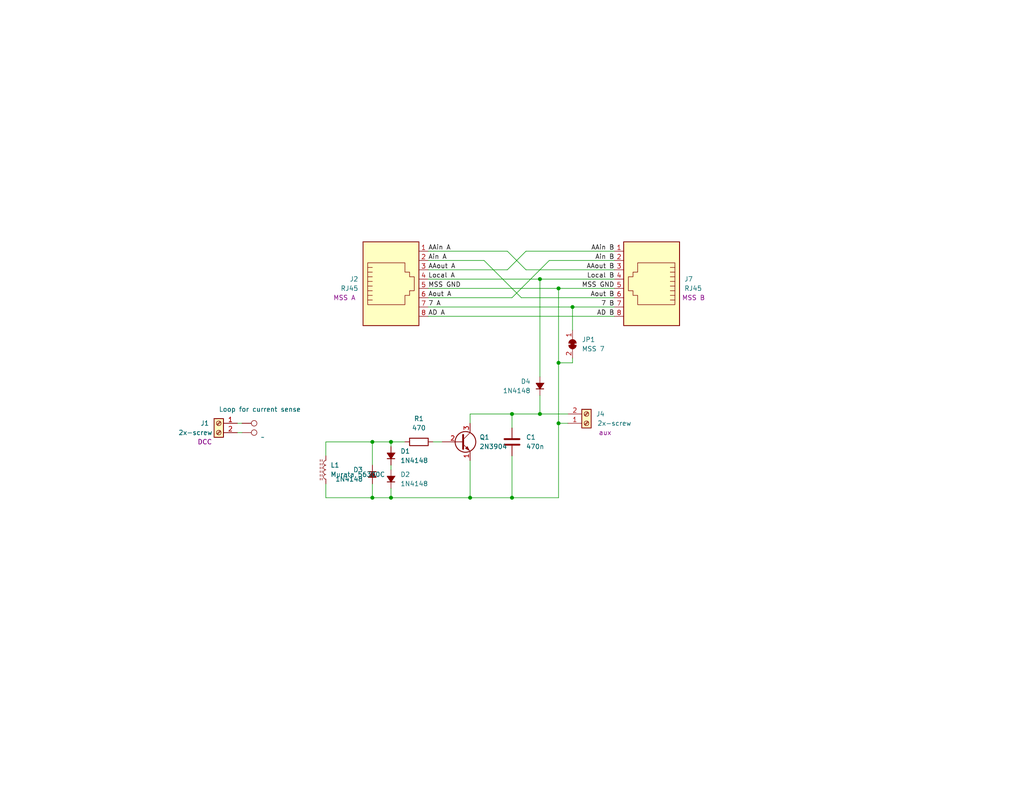
<source format=kicad_sch>
(kicad_sch (version 20231120) (generator "eeschema") (generator_version "8.0")
  (paper "A")
  (title_block (title "MSS Crossover Node") (date "2024-04-04") (rev "2.2"))
  (lib_symbols
    (symbol "Connector:8P8C" (pin_names (offset 1.016))
      (property "Reference" "J" (at -5.08 13.97 0))
      (property "Value" "8P8C" (at 2.54 13.97 0))
      (symbol "8P8C_0_1"
        (polyline (pts (xy -5.08 4.445) (xy -6.35 4.445)))
        (polyline (pts (xy -5.08 5.715) (xy -6.35 5.715)))
        (polyline (pts (xy -6.35 -3.175) (xy -5.08 -3.175) (xy -5.08 -3.175)))
        (polyline (pts (xy -6.35 -1.905) (xy -5.08 -1.905) (xy -5.08 -1.905)))
        (polyline (pts (xy -6.35 -0.635) (xy -5.08 -0.635) (xy -5.08 -0.635)))
        (polyline (pts (xy -6.35 0.635) (xy -5.08 0.635) (xy -5.08 0.635)))
        (polyline (pts (xy -6.35 1.905) (xy -5.08 1.905) (xy -5.08 1.905)))
        (polyline (pts (xy -5.08 3.175) (xy -6.35 3.175) (xy -6.35 3.175)))
        (polyline (pts (xy -6.35 -4.445) (xy -6.35 6.985) (xy 3.81 6.985) (xy 3.81 4.445) (xy 5.08 4.445) (xy 5.08 3.175) (xy 6.35 3.175) (xy 6.35 -0.635) (xy 5.08 -0.635) (xy 5.08 -1.905) (xy 3.81 -1.905) (xy 3.81 -4.445) (xy -6.35 -4.445) (xy -6.35 -4.445)))
        (rectangle (start 7.62 12.7) (end -7.62 -10.16) (stroke (width 0.254)) (fill (type background)))
      )
      (symbol "8P8C_1_1"
        (pin passive line (at 10.16 -7.62 180) (length 2.54) (name "~") (number "1"))
        (pin passive line (at 10.16 -5.08 180) (length 2.54) (name "~") (number "2"))
        (pin passive line (at 10.16 -2.54 180) (length 2.54) (name "~") (number "3"))
        (pin passive line (at 10.16 0 180) (length 2.54) (name "~") (number "4"))
        (pin passive line (at 10.16 2.54 180) (length 2.54) (name "~") (number "5"))
        (pin passive line (at 10.16 5.08 180) (length 2.54) (name "~") (number "6"))
        (pin passive line (at 10.16 7.62 180) (length 2.54) (name "~") (number "7"))
        (pin passive line (at 10.16 10.16 180) (length 2.54) (name "~") (number "8"))
      )
    )
    (symbol "Connector:Screw_Terminal_01x02" (pin_names (offset 1.016) hide)
      (property "Reference" "J" (at 0 2.54 0))
      (property "Value" "Screw_Terminal_01x02" (at 0 -5.08 0))
      (symbol "Screw_Terminal_01x02_1_1"
        (rectangle (start -1.27 1.27) (end 1.27 -3.81) (stroke (width 0.254)) (fill (type background)))
        (circle (center 0 -2.54) (radius 0.635) (stroke (width 0.1524)))
        (polyline (pts (xy -0.5334 -2.2098) (xy 0.3302 -3.048)) (stroke (width 0.1524)))
        (polyline (pts (xy -0.5334 0.3302) (xy 0.3302 -0.508)) (stroke (width 0.1524)))
        (polyline (pts (xy -0.3556 -2.032) (xy 0.508 -2.8702)) (stroke (width 0.1524)))
        (polyline (pts (xy -0.3556 0.508) (xy 0.508 -0.3302)) (stroke (width 0.1524)))
        (circle (center 0 0) (radius 0.635) (stroke (width 0.1524)))
        (pin passive line (at -5.08 0 0) (length 3.81) (name "Pin_1") (number "1"))
        (pin passive line (at -5.08 -2.54 0) (length 3.81) (name "Pin_2") (number "2"))
      )
    )
    (symbol "Connector:TestPoint" (pin_numbers hide) (pin_names (offset 0.762) hide)
      (property "Reference" "TP" (at 0 6.858 0))
      (property "Value" "TestPoint" (at 0 5.08 0))
      (symbol "TestPoint_0_1"
        (circle (center 0 3.302) (radius 0.762))
      )
      (symbol "TestPoint_1_1"
        (pin passive line (at 0 0 90) (length 2.54) (name "1") (number "1"))
      )
    )
    (symbol "Device:C" (pin_numbers hide) (pin_names (offset 0.254))
      (property "Reference" "C" (at 0.635 2.54 0))
      (property "Value" "C" (at 0.635 -2.54 0))
      (symbol "C_0_1"
        (polyline (pts (xy -2.032 -0.762) (xy 2.032 -0.762)) (stroke (width 0.508)))
        (polyline (pts (xy -2.032 0.762) (xy 2.032 0.762)) (stroke (width 0.508)))
      )
      (symbol "C_1_1"
        (pin passive line (at 0 3.81 270) (length 2.794) (name "~") (number "1"))
        (pin passive line (at 0 -3.81 90) (length 2.794) (name "~") (number "2"))
      )
    )
    (symbol "Device:D_Small_Filled" (pin_numbers hide) (pin_names (offset 0.254) hide)
      (property "Reference" "D" (at -1.27 2.032 0))
      (property "Value" "D_Small_Filled" (at -3.81 -2.032 0))
      (symbol "D_Small_Filled_0_1"
        (polyline (pts (xy -0.762 -1.016) (xy -0.762 1.016)) (stroke (width 0.254)))
        (polyline (pts (xy -0.762 0) (xy 0.762 0)))
        (polyline (pts (xy 0.762 -1.016) (xy -0.762 0) (xy 0.762 1.016) (xy 0.762 -1.016)) (stroke (width 0.254)) (fill (type outline)))
      )
      (symbol "D_Small_Filled_1_1"
        (pin passive line (at -2.54 0 0) (length 1.778) (name "K") (number "1"))
        (pin passive line (at 2.54 0 180) (length 1.778) (name "A") (number "2"))
      )
    )
    (symbol "Device:L_Ferrite" (pin_numbers hide) (pin_names (offset 1.016) hide)
      (property "Reference" "L" (at -1.27 0 90))
      (property "Value" "L_Ferrite" (at 2.794 0 90))
      (symbol "L_Ferrite_0_1"
        (arc (start 0 -2.54) (mid 0.6323 -1.905) (end 0 -1.27))
        (arc (start 0 -1.27) (mid 0.6323 -0.635) (end 0 0))
        (polyline (pts (xy 1.016 -2.794) (xy 1.016 -2.286)))
        (polyline (pts (xy 1.016 -1.778) (xy 1.016 -1.27)))
        (polyline (pts (xy 1.016 -0.762) (xy 1.016 -0.254)))
        (polyline (pts (xy 1.016 0.254) (xy 1.016 0.762)))
        (polyline (pts (xy 1.016 1.27) (xy 1.016 1.778)))
        (polyline (pts (xy 1.016 2.286) (xy 1.016 2.794)))
        (polyline (pts (xy 1.524 -2.286) (xy 1.524 -2.794)))
        (polyline (pts (xy 1.524 -1.27) (xy 1.524 -1.778)))
        (polyline (pts (xy 1.524 -0.254) (xy 1.524 -0.762)))
        (polyline (pts (xy 1.524 0.762) (xy 1.524 0.254)))
        (polyline (pts (xy 1.524 1.778) (xy 1.524 1.27)))
        (polyline (pts (xy 1.524 2.794) (xy 1.524 2.286)))
        (arc (start 0 0) (mid 0.6323 0.635) (end 0 1.27))
        (arc (start 0 1.27) (mid 0.6323 1.905) (end 0 2.54))
      )
      (symbol "L_Ferrite_1_1"
        (pin passive line (at 0 3.81 270) (length 1.27) (name "1") (number "1"))
        (pin passive line (at 0 -3.81 90) (length 1.27) (name "2") (number "2"))
      )
    )
    (symbol "Device:R" (pin_numbers hide) (pin_names (offset 0))
      (property "Reference" "R" (at 2.032 0 90))
      (property "Value" "R" (at 0 0 90))
      (symbol "R_0_1"
        (rectangle (start -1.016 -2.54) (end 1.016 2.54) (stroke (width 0.254)))
      )
      (symbol "R_1_1"
        (pin passive line (at 0 3.81 270) (length 1.27) (name "~") (number "1"))
        (pin passive line (at 0 -3.81 90) (length 1.27) (name "~") (number "2"))
      )
    )
    (symbol "Jumper:SolderJumper_2_Bridged" (pin_names (offset 0) hide)
      (property "Reference" "JP" (at 0 2.032 0))
      (property "Value" "SolderJumper_2_Bridged" (at 0 -2.54 0))
      (symbol "SolderJumper_2_Bridged_0_1"
        (rectangle (start -0.508 0.508) (end 0.508 -0.508) (fill (type outline)))
        (arc (start -0.254 1.016) (mid -1.2656 0) (end -0.254 -1.016))
        (arc (start -0.254 1.016) (mid -1.2656 0) (end -0.254 -1.016) (fill (type outline)))
        (polyline (pts (xy -0.254 1.016) (xy -0.254 -1.016)))
        (polyline (pts (xy 0.254 1.016) (xy 0.254 -1.016)))
        (arc (start 0.254 -1.016) (mid 1.2656 0) (end 0.254 1.016))
        (arc (start 0.254 -1.016) (mid 1.2656 0) (end 0.254 1.016) (fill (type outline)))
      )
      (symbol "SolderJumper_2_Bridged_1_1"
        (pin passive line (at -3.81 0 0) (length 2.54) (name "A") (number "1"))
        (pin passive line (at 3.81 0 180) (length 2.54) (name "B") (number "2"))
      )
    )
    (symbol "Transistor_BJT:2N3904" (pin_names (offset 0) hide)
      (property "Reference" "Q" (at 5.08 1.905 0))
      (property "Value" "2N3904" (at 5.08 0 0))
      (symbol "2N3904_0_1"
        (polyline (pts (xy 0.635 0.635) (xy 2.54 2.54)))
        (polyline (pts (xy 0.635 -0.635) (xy 2.54 -2.54) (xy 2.54 -2.54)))
        (polyline (pts (xy 0.635 1.905) (xy 0.635 -1.905) (xy 0.635 -1.905)) (stroke (width 0.508)))
        (polyline (pts (xy 1.27 -1.778) (xy 1.778 -1.27) (xy 2.286 -2.286) (xy 1.27 -1.778) (xy 1.27 -1.778)) (fill (type outline)))
        (circle (center 1.27 0) (radius 2.8194) (stroke (width 0.254)))
      )
      (symbol "2N3904_1_1"
        (pin passive line (at 2.54 -5.08 90) (length 2.54) (name "E") (number "1"))
        (pin passive line (at -5.08 0 0) (length 5.715) (name "B") (number "2"))
        (pin passive line (at 2.54 5.08 270) (length 2.54) (name "C") (number "3"))
      )
    )
  )
  (junction (at 128.27 135.89))
  (junction (at 139.7 113.03))
  (junction (at 152.4 99.06))
  (junction (at 156.21 83.82))
  (junction (at 139.7 135.89))
  (junction (at 152.4 78.74))
  (junction (at 101.6 120.65))
  (junction (at 152.4 115.57))
  (junction (at 147.32 113.03))
  (junction (at 106.68 120.65))
  (junction (at 147.32 76.2))
  (junction (at 106.68 135.89))
  (junction (at 101.6 135.89))
  (wire (pts (xy 147.32 76.2) (xy 147.32 102.87)))
  (wire (pts (xy 116.84 86.36) (xy 167.64 86.36)))
  (wire (pts (xy 143.51 68.58) (xy 167.64 68.58)))
  (wire (pts (xy 118.11 120.65) (xy 120.65 120.65)))
  (wire (pts (xy 138.43 68.58) (xy 143.51 73.66)))
  (wire (pts (xy 106.68 133.35) (xy 106.68 135.89)))
  (wire (pts (xy 156.21 99.06) (xy 152.4 99.06)))
  (wire (pts (xy 152.4 115.57) (xy 152.4 135.89)))
  (wire (pts (xy 156.21 83.82) (xy 156.21 90.17)))
  (wire (pts (xy 88.9 132.08) (xy 88.9 135.89)))
  (wire (pts (xy 139.7 113.03) (xy 139.7 116.84)))
  (wire (pts (xy 101.6 135.89) (xy 106.68 135.89)))
  (wire (pts (xy 116.84 81.28) (xy 139.7 81.28)))
  (wire (pts (xy 116.84 76.2) (xy 147.32 76.2)))
  (wire (pts (xy 147.32 113.03) (xy 154.94 113.03)))
  (wire (pts (xy 64.77 115.57) (xy 66.04 115.57)))
  (wire (pts (xy 106.68 120.65) (xy 106.68 121.92)))
  (wire (pts (xy 128.27 135.89) (xy 139.7 135.89)))
  (wire (pts (xy 128.27 135.89) (xy 128.27 125.73)))
  (wire (pts (xy 152.4 115.57) (xy 154.94 115.57)))
  (wire (pts (xy 132.08 71.12) (xy 142.24 81.28)))
  (wire (pts (xy 147.32 76.2) (xy 167.64 76.2)))
  (wire (pts (xy 116.84 78.74) (xy 152.4 78.74)))
  (wire (pts (xy 106.68 120.65) (xy 110.49 120.65)))
  (wire (pts (xy 152.4 99.06) (xy 152.4 115.57)))
  (wire (pts (xy 101.6 132.08) (xy 101.6 135.89)))
  (wire (pts (xy 152.4 78.74) (xy 167.64 78.74)))
  (wire (pts (xy 106.68 127) (xy 106.68 128.27)))
  (wire (pts (xy 128.27 113.03) (xy 139.7 113.03)))
  (wire (pts (xy 139.7 113.03) (xy 147.32 113.03)))
  (wire (pts (xy 139.7 135.89) (xy 152.4 135.89)))
  (wire (pts (xy 149.86 71.12) (xy 167.64 71.12)))
  (wire (pts (xy 138.43 73.66) (xy 143.51 68.58)))
  (wire (pts (xy 128.27 115.57) (xy 128.27 113.03)))
  (wire (pts (xy 156.21 97.79) (xy 156.21 99.06)))
  (wire (pts (xy 88.9 120.65) (xy 101.6 120.65)))
  (wire (pts (xy 101.6 120.65) (xy 106.68 120.65)))
  (wire (pts (xy 116.84 83.82) (xy 156.21 83.82)))
  (wire (pts (xy 116.84 68.58) (xy 138.43 68.58)))
  (wire (pts (xy 101.6 120.65) (xy 101.6 127)))
  (wire (pts (xy 64.77 118.11) (xy 66.04 118.11)))
  (wire (pts (xy 156.21 83.82) (xy 167.64 83.82)))
  (wire (pts (xy 139.7 124.46) (xy 139.7 135.89)))
  (wire (pts (xy 142.24 81.28) (xy 167.64 81.28)))
  (wire (pts (xy 116.84 71.12) (xy 132.08 71.12)))
  (wire (pts (xy 88.9 124.46) (xy 88.9 120.65)))
  (wire (pts (xy 106.68 135.89) (xy 128.27 135.89)))
  (wire (pts (xy 116.84 73.66) (xy 138.43 73.66)))
  (wire (pts (xy 143.51 73.66) (xy 167.64 73.66)))
  (wire (pts (xy 139.7 81.28) (xy 149.86 71.12)))
  (wire (pts (xy 147.32 107.95) (xy 147.32 113.03)))
  (wire (pts (xy 152.4 78.74) (xy 152.4 99.06)))
  (wire (pts (xy 88.9 135.89) (xy 101.6 135.89)))
  (label "Ain B" (at 167.64 71.12 180))
  (label "AAout B" (at 167.64 73.66 180))
  (label "Aout B" (at 167.64 81.28 180))
  (label "AD A" (at 116.84 86.36 0))
  (label "AD B" (at 167.64 86.36 180))
  (label "MSS GND" (at 167.64 78.74 180))
  (label "MSS GND" (at 116.84 78.74 0))
  (label "Aout A" (at 116.84 81.28 0))
  (label "Ain A" (at 116.84 71.12 0))
  (label "Local B" (at 167.64 76.2 180))
  (label "AAin A" (at 116.84 68.58 0))
  (label "AAout A" (at 116.84 73.66 0))
  (label "Local A" (at 116.84 76.2 0))
  (label "7 B" (at 167.64 83.82 180))
  (label "AAin B" (at 167.64 68.58 180))
  (label "7 A" (at 116.84 83.82 0))
  (symbol (lib_id "Jumper:SolderJumper_2_Bridged") (at 156.21 93.98 270) (unit 1) (in_bom no)
    (property "Reference" "JP1" (at 158.75 92.71 90) (effects (justify left)))
    (property "Value" "MSS 7" (at 158.75 95.25 90) (effects (justify left)))
    (property "Footprint" "Jumper:SolderJumper-2_P1.3mm_Bridged_RoundedPad1.0x1.5mm" (effects (hide yes)))
  )
  (symbol (lib_id "Device:D_Small_Filled") (at 106.68 130.81 90) (unit 1)
    (property "Reference" "D2" (at 109.22 129.54 90) (effects (justify right)))
    (property "Value" "1N4148" (at 109.22 132.08 90) (effects (justify right)))
    (property "Footprint" "Diode_THT:D_DO-35_SOD27_P7.62mm_Horizontal" (effects (hide yes)))
    (property "MPN" "1N4148FS-ND" (effects (hide yes)))
  )
  (symbol (lib_id "Device:L_Ferrite") (at 88.9 128.27 0) (mirror y) (unit 1)
    (property "Reference" "L1" (at 90.17 126.9999 0) (effects (justify right)))
    (property "Value" "Murata 56300C" (at 90.17 129.5399 0) (effects (justify right)))
    (property "Footprint" "myMods:Murata_56300C" (effects (hide yes)))
    (property "MPN" "56300C" (effects (hide yes)))
  )
  (symbol (lib_id "Device:C") (at 139.7 120.65 0) (unit 1)
    (property "Reference" "C1" (at 143.51 119.38 0) (effects (justify left)))
    (property "Value" "470n" (at 143.51 121.92 0) (effects (justify left)))
    (property "Footprint" "Capacitor_THT:C_Disc_D7.5mm_W2.5mm_P5.00mm" (effects (hide yes)))
    (property "MPN" "FG28X7R1H474KRT06" (effects (hide yes)))
  )
  (symbol (lib_id "Device:D_Small_Filled") (at 106.68 124.46 90) (unit 1)
    (property "Reference" "D1" (at 109.22 123.19 90) (effects (justify right)))
    (property "Value" "1N4148" (at 109.22 125.73 90) (effects (justify right)))
    (property "Footprint" "Diode_THT:D_DO-35_SOD27_P7.62mm_Horizontal" (effects (hide yes)))
    (property "MPN" "1N4148FS-ND" (effects (hide yes)))
  )
  (symbol (lib_id "Connector:8P8C") (at 106.68 76.2 0) (mirror x) (unit 1)
    (property "Reference" "J2" (at 97.79 76.1999 0) (effects (justify right)))
    (property "Value" "RJ45" (at 97.79 78.7399 0) (effects (justify right)))
    (property "Footprint" "myMods:MJ3221-88" (effects (hide yes)))
    (property "Label" "MSS A" (at 93.98 81.28 0))
    (property "MPN" "MJ3221-88" (effects (hide yes)))
  )
  (symbol (lib_id "Connector:Screw_Terminal_01x02") (at 59.69 115.57 0) (mirror y) (unit 1)
    (property "Reference" "J1" (at 55.88 115.57 0))
    (property "Value" "2x-screw" (at 53.34 118.11 0))
    (property "Footprint" "Imports:CUI_TB003-500-P02BE" (effects (hide yes)))
    (property "Label" "DCC" (at 55.88 120.65 0))
    (property "MPN" "TB003-500-P02BE" (effects (hide yes)))
  )
  (symbol (lib_id "Connector:8P8C") (at 177.8 76.2 180) (unit 1)
    (property "Reference" "J7" (at 186.69 76.1999 0) (effects (justify right)))
    (property "Value" "RJ45" (at 186.69 78.7399 0) (effects (justify right)))
    (property "Footprint" "myMods:MJ3221-88" (effects (hide yes)))
    (property "Label" "MSS B" (at 189.23 81.28 0))
    (property "MPN" "MJ3221-88" (effects (hide yes)))
  )
  (symbol (lib_id "Connector:TestPoint") (at 66.04 115.57 270) (unit 1) (in_bom no)
    (property "Reference" "TP1" (effects (hide yes)))
    (property "Value" "Loop for current sense" (at 59.69 111.76 90) (effects (justify left)))
    (property "Footprint" "TestPoint:TestPoint_THTPad_D2.0mm_Drill1.0mm" (effects (hide yes)))
  )
  (symbol (lib_id "Connector:TestPoint") (at 66.04 118.11 270) (unit 1) (in_bom no)
    (property "Reference" "TP2" (effects (hide yes)))
    (property "Value" "~" (at 71.12 119.38 90) (effects (justify left)))
    (property "Footprint" "TestPoint:TestPoint_THTPad_D2.0mm_Drill1.0mm" (effects (hide yes)))
  )
  (symbol (lib_id "Connector:Screw_Terminal_01x02") (at 160.02 115.57 0) (mirror x) (unit 1)
    (property "Reference" "J4" (at 163.83 113.03 0))
    (property "Value" "2x-screw" (at 167.64 115.57 0))
    (property "Footprint" "Imports:CUI_TB003-500-P02BE" (effects (hide yes)))
    (property "Label" "aux" (at 165.1 118.11 0))
    (property "MPN" "TB003-500-P02BE" (effects (hide yes)))
  )
  (symbol (lib_id "Device:D_Small_Filled") (at 147.32 105.41 90) (unit 1)
    (property "Reference" "D4" (at 144.78 104.14 90) (effects (justify left)))
    (property "Value" "1N4148" (at 144.78 106.68 90) (effects (justify left)))
    (property "Footprint" "Diode_THT:D_DO-35_SOD27_P7.62mm_Horizontal" (effects (hide yes)))
    (property "MPN" "1N4148FS-ND" (effects (hide yes)))
  )
  (symbol (lib_id "Device:R") (at 114.3 120.65 90) (unit 1)
    (property "Reference" "R1" (at 114.3 114.3 90))
    (property "Value" "470" (at 114.3 116.84 90))
    (property "Footprint" "Resistor_THT:R_Axial_DIN0207_L6.3mm_D2.5mm_P10.16mm_Horizontal" (effects (hide yes)))
    (property "MPN" "CF14JT470R" (effects (hide yes)))
  )
  (symbol (lib_id "Device:D_Small_Filled") (at 101.6 129.54 270) (unit 1)
    (property "Reference" "D3" (at 99.06 128.27 90) (effects (justify right)))
    (property "Value" "1N4148" (at 99.06 130.81 90) (effects (justify right)))
    (property "Footprint" "Diode_THT:D_DO-35_SOD27_P7.62mm_Horizontal" (effects (hide yes)))
    (property "MPN" "1N4148FS-ND" (effects (hide yes)))
  )
  (symbol (lib_id "Transistor_BJT:2N3904") (at 125.73 120.65 0) (unit 1)
    (property "Reference" "Q1" (at 130.81 119.38 0) (effects (justify left)))
    (property "Value" "2N3904" (at 130.81 121.92 0) (effects (justify left)))
    (property "Footprint" "Package_TO_SOT_THT:TO-92_Inline_Wide" (effects (hide yes)))
    (property "Datasheet" "https://www.onsemi.com/pub/Collateral/2N3903-D.PDF" (effects (hide yes)))
    (property "MPN" "2N3904TA" (effects (hide yes)))
  )
)
</source>
